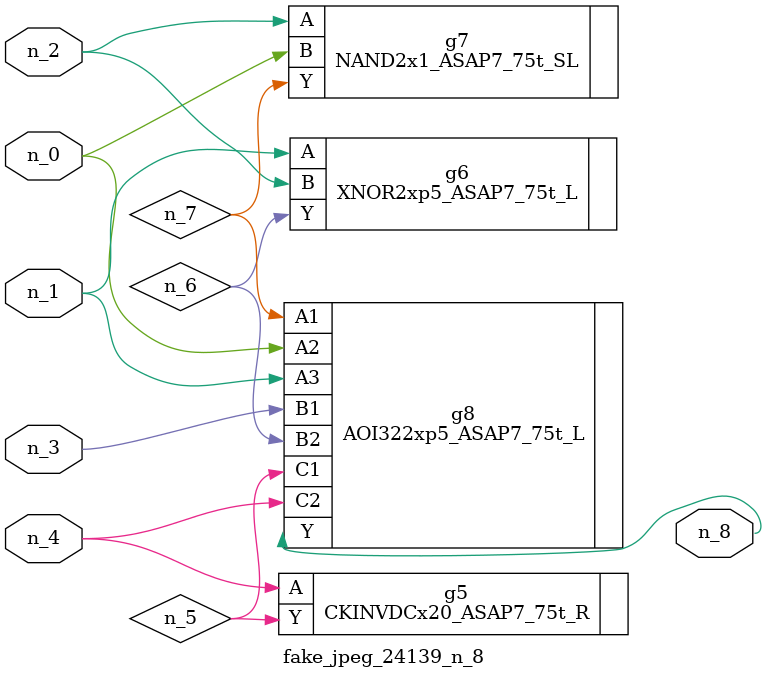
<source format=v>
module fake_jpeg_24139_n_8 (n_3, n_2, n_1, n_0, n_4, n_8);

input n_3;
input n_2;
input n_1;
input n_0;
input n_4;

output n_8;

wire n_6;
wire n_5;
wire n_7;

CKINVDCx20_ASAP7_75t_R g5 ( 
.A(n_4),
.Y(n_5)
);

XNOR2xp5_ASAP7_75t_L g6 ( 
.A(n_1),
.B(n_2),
.Y(n_6)
);

NAND2x1_ASAP7_75t_SL g7 ( 
.A(n_2),
.B(n_0),
.Y(n_7)
);

AOI322xp5_ASAP7_75t_L g8 ( 
.A1(n_7),
.A2(n_0),
.A3(n_1),
.B1(n_3),
.B2(n_6),
.C1(n_5),
.C2(n_4),
.Y(n_8)
);


endmodule
</source>
